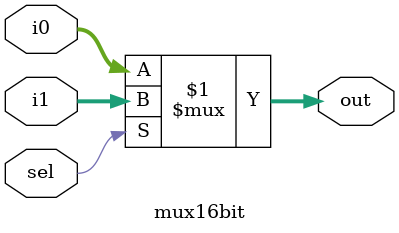
<source format=v>
module mux16bit(output[15:0] out, input[15:0] i0, input[15:0] i1, input sel);
	assign out = sel ? i1 : i0;
endmodule

</source>
